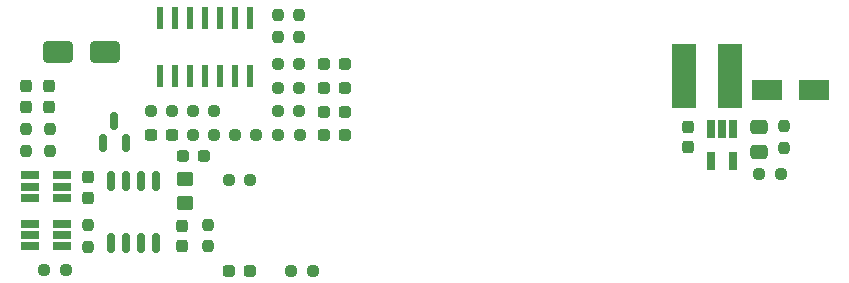
<source format=gbr>
%TF.GenerationSoftware,KiCad,Pcbnew,7.0.6-0*%
%TF.CreationDate,2024-02-21T20:03:51+01:00*%
%TF.ProjectId,smoke_extractorV1_1,736d6f6b-655f-4657-9874-726163746f72,rev?*%
%TF.SameCoordinates,Original*%
%TF.FileFunction,Paste,Top*%
%TF.FilePolarity,Positive*%
%FSLAX46Y46*%
G04 Gerber Fmt 4.6, Leading zero omitted, Abs format (unit mm)*
G04 Created by KiCad (PCBNEW 7.0.6-0) date 2024-02-21 20:03:51*
%MOMM*%
%LPD*%
G01*
G04 APERTURE LIST*
G04 Aperture macros list*
%AMRoundRect*
0 Rectangle with rounded corners*
0 $1 Rounding radius*
0 $2 $3 $4 $5 $6 $7 $8 $9 X,Y pos of 4 corners*
0 Add a 4 corners polygon primitive as box body*
4,1,4,$2,$3,$4,$5,$6,$7,$8,$9,$2,$3,0*
0 Add four circle primitives for the rounded corners*
1,1,$1+$1,$2,$3*
1,1,$1+$1,$4,$5*
1,1,$1+$1,$6,$7*
1,1,$1+$1,$8,$9*
0 Add four rect primitives between the rounded corners*
20,1,$1+$1,$2,$3,$4,$5,0*
20,1,$1+$1,$4,$5,$6,$7,0*
20,1,$1+$1,$6,$7,$8,$9,0*
20,1,$1+$1,$8,$9,$2,$3,0*%
G04 Aperture macros list end*
%ADD10RoundRect,0.250000X1.000000X0.650000X-1.000000X0.650000X-1.000000X-0.650000X1.000000X-0.650000X0*%
%ADD11RoundRect,0.237500X0.250000X0.237500X-0.250000X0.237500X-0.250000X-0.237500X0.250000X-0.237500X0*%
%ADD12RoundRect,0.237500X0.237500X-0.250000X0.237500X0.250000X-0.237500X0.250000X-0.237500X-0.250000X0*%
%ADD13RoundRect,0.237500X0.300000X0.237500X-0.300000X0.237500X-0.300000X-0.237500X0.300000X-0.237500X0*%
%ADD14RoundRect,0.250000X-0.475000X0.337500X-0.475000X-0.337500X0.475000X-0.337500X0.475000X0.337500X0*%
%ADD15RoundRect,0.237500X-0.237500X0.300000X-0.237500X-0.300000X0.237500X-0.300000X0.237500X0.300000X0*%
%ADD16R,2.500000X1.800000*%
%ADD17RoundRect,0.237500X-0.287500X-0.237500X0.287500X-0.237500X0.287500X0.237500X-0.287500X0.237500X0*%
%ADD18RoundRect,0.237500X0.287500X0.237500X-0.287500X0.237500X-0.287500X-0.237500X0.287500X-0.237500X0*%
%ADD19RoundRect,0.237500X0.237500X-0.287500X0.237500X0.287500X-0.237500X0.287500X-0.237500X-0.287500X0*%
%ADD20R,0.650000X1.560000*%
%ADD21R,1.560000X0.650000*%
%ADD22RoundRect,0.150000X0.150000X-0.587500X0.150000X0.587500X-0.150000X0.587500X-0.150000X-0.587500X0*%
%ADD23RoundRect,0.250000X-0.450000X0.350000X-0.450000X-0.350000X0.450000X-0.350000X0.450000X0.350000X0*%
%ADD24RoundRect,0.237500X0.237500X-0.300000X0.237500X0.300000X-0.237500X0.300000X-0.237500X-0.300000X0*%
%ADD25RoundRect,0.237500X-0.250000X-0.237500X0.250000X-0.237500X0.250000X0.237500X-0.250000X0.237500X0*%
%ADD26RoundRect,0.237500X-0.237500X0.250000X-0.237500X-0.250000X0.237500X-0.250000X0.237500X0.250000X0*%
%ADD27RoundRect,0.150000X0.150000X-0.675000X0.150000X0.675000X-0.150000X0.675000X-0.150000X-0.675000X0*%
%ADD28R,0.508000X1.981200*%
%ADD29R,2.150000X5.500000*%
G04 APERTURE END LIST*
D10*
%TO.C,D5*%
X78838087Y-74896187D03*
X74838087Y-74896187D03*
%TD*%
D11*
%TO.C,R14*%
X95245000Y-75927600D03*
X93420000Y-75927600D03*
%TD*%
D12*
%TO.C,R13*%
X95200000Y-73600000D03*
X95200000Y-71775000D03*
%TD*%
%TO.C,R8*%
X72140000Y-83262500D03*
X72140000Y-81437500D03*
%TD*%
D13*
%TO.C,C2*%
X84462500Y-81887600D03*
X82737500Y-81887600D03*
%TD*%
D14*
%TO.C,C8*%
X134200000Y-81262500D03*
X134200000Y-83337500D03*
%TD*%
D15*
%TO.C,C1*%
X77350381Y-85512500D03*
X77350381Y-87237500D03*
%TD*%
D16*
%TO.C,D10*%
X138849139Y-78100000D03*
X134849139Y-78100000D03*
%TD*%
D17*
%TO.C,D2*%
X97370000Y-79927600D03*
X99120000Y-79927600D03*
%TD*%
D18*
%TO.C,D1*%
X91062500Y-93400000D03*
X89312500Y-93400000D03*
%TD*%
D19*
%TO.C,D7*%
X72100000Y-79550000D03*
X72100000Y-77800000D03*
%TD*%
D20*
%TO.C,U7*%
X132000000Y-81450000D03*
X131050000Y-81450000D03*
X130100000Y-81450000D03*
X130100000Y-84150000D03*
X132000000Y-84150000D03*
%TD*%
D12*
%TO.C,R15*%
X74140000Y-83262500D03*
X74140000Y-81437500D03*
%TD*%
D15*
%TO.C,C7*%
X85360587Y-89587500D03*
X85360587Y-91312500D03*
%TD*%
D21*
%TO.C,IC1*%
X75175000Y-91341253D03*
X75175000Y-90391253D03*
X75175000Y-89441253D03*
X72475000Y-89441253D03*
X72475000Y-90391253D03*
X72475000Y-91341253D03*
%TD*%
D22*
%TO.C,Q1*%
X78654077Y-82585799D03*
X80554077Y-82585799D03*
X79604077Y-80710799D03*
%TD*%
D21*
%TO.C,U8*%
X72439032Y-85331971D03*
X72439032Y-86281971D03*
X72439032Y-87231971D03*
X75139032Y-87231971D03*
X75139032Y-86281971D03*
X75139032Y-85331971D03*
%TD*%
D17*
%TO.C,D3*%
X97370000Y-77927600D03*
X99120000Y-77927600D03*
%TD*%
D23*
%TO.C,R20*%
X85575000Y-85648628D03*
X85575000Y-87648628D03*
%TD*%
D12*
%TO.C,R7*%
X93412500Y-73600000D03*
X93412500Y-71775000D03*
%TD*%
D24*
%TO.C,C6*%
X128200000Y-82950000D03*
X128200000Y-81225000D03*
%TD*%
D17*
%TO.C,D9*%
X97370000Y-81927600D03*
X99120000Y-81927600D03*
%TD*%
D25*
%TO.C,R5*%
X86243750Y-79887600D03*
X88068750Y-79887600D03*
%TD*%
D19*
%TO.C,D8*%
X74100000Y-79550000D03*
X74100000Y-77800000D03*
%TD*%
D25*
%TO.C,R3*%
X86243750Y-81887600D03*
X88068750Y-81887600D03*
%TD*%
D26*
%TO.C,R21*%
X136250000Y-81187500D03*
X136250000Y-83012500D03*
%TD*%
D27*
%TO.C,U5*%
X79305000Y-91073628D03*
X80575000Y-91073628D03*
X81845000Y-91073628D03*
X83115000Y-91073628D03*
X83115000Y-85823628D03*
X81845000Y-85823628D03*
X80575000Y-85823628D03*
X79305000Y-85823628D03*
%TD*%
D12*
%TO.C,R16*%
X77375000Y-91400000D03*
X77375000Y-89575000D03*
%TD*%
D11*
%TO.C,R11*%
X95245000Y-79887600D03*
X93420000Y-79887600D03*
%TD*%
%TO.C,R22*%
X136012500Y-85200000D03*
X134187500Y-85200000D03*
%TD*%
D25*
%TO.C,R4*%
X82687500Y-79887600D03*
X84512500Y-79887600D03*
%TD*%
%TO.C,R9*%
X94575000Y-93400000D03*
X96400000Y-93400000D03*
%TD*%
D17*
%TO.C,D4*%
X97370000Y-75927600D03*
X99120000Y-75927600D03*
%TD*%
D11*
%TO.C,R10*%
X91100000Y-85700000D03*
X89275000Y-85700000D03*
%TD*%
D25*
%TO.C,R1*%
X93487500Y-81887600D03*
X95312500Y-81887600D03*
%TD*%
D11*
%TO.C,R12*%
X95245000Y-77927600D03*
X93420000Y-77927600D03*
%TD*%
D28*
%TO.C,U3*%
X83500000Y-76927600D03*
X84770000Y-76927600D03*
X86040000Y-76927600D03*
X87310000Y-76927600D03*
X88580000Y-76927600D03*
X89850000Y-76927600D03*
X91120000Y-76927600D03*
X91120000Y-72000000D03*
X89850000Y-72000000D03*
X88580000Y-72000000D03*
X87310000Y-72000000D03*
X86040000Y-72000000D03*
X84770000Y-72000000D03*
X83500000Y-72000000D03*
%TD*%
D29*
%TO.C,L1*%
X127820000Y-76900000D03*
X131680000Y-76900000D03*
%TD*%
D18*
%TO.C,F1*%
X87150000Y-83700000D03*
X85400000Y-83700000D03*
%TD*%
D11*
%TO.C,R2*%
X91625000Y-81887600D03*
X89800000Y-81887600D03*
%TD*%
D26*
%TO.C,R18*%
X87500000Y-89500000D03*
X87500000Y-91325000D03*
%TD*%
D25*
%TO.C,R6*%
X73662500Y-93360000D03*
X75487500Y-93360000D03*
%TD*%
M02*

</source>
